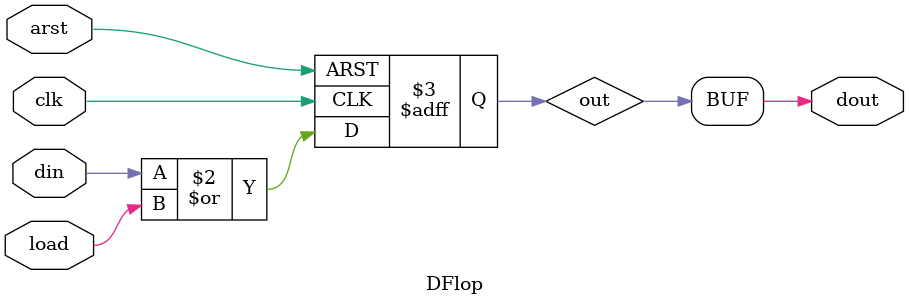
<source format=v>
/*--  *******************************************************
--  Computer Architecture Course, Laboratory Sources 
--  Amirkabir University of Technology (Tehran Polytechnic)
--  Department of Computer Engineering (CE-AUT)
--  https://ce[dot]aut[dot]ac[dot]ir
--  *******************************************************
--  All Rights reserved (C) 2019-2020
--  *******************************************************
--  Student ID  : 
--  Student Name: 
--  Student Mail: 
--  *******************************************************
--  Additional Comments:
--
--*/

/*-----------------------------------------------------------
---  Module Name: Light Dance
---  Description: Module5:
-----------------------------------------------------------*/
`timescale 1 ns/1 ns

module DFlop (
	input  arst  , // async reset
	input  clk   , // clock posedge
	input  din   , // data  in
	input  load  , // data  load 
	output dout    // data  out
);
	reg out;
	always @ (posedge clk or posedge arst) begin
		if(arst) out = 1'b0;
		else out = din | load;			
	end
	assign dout = out;
	
endmodule

</source>
